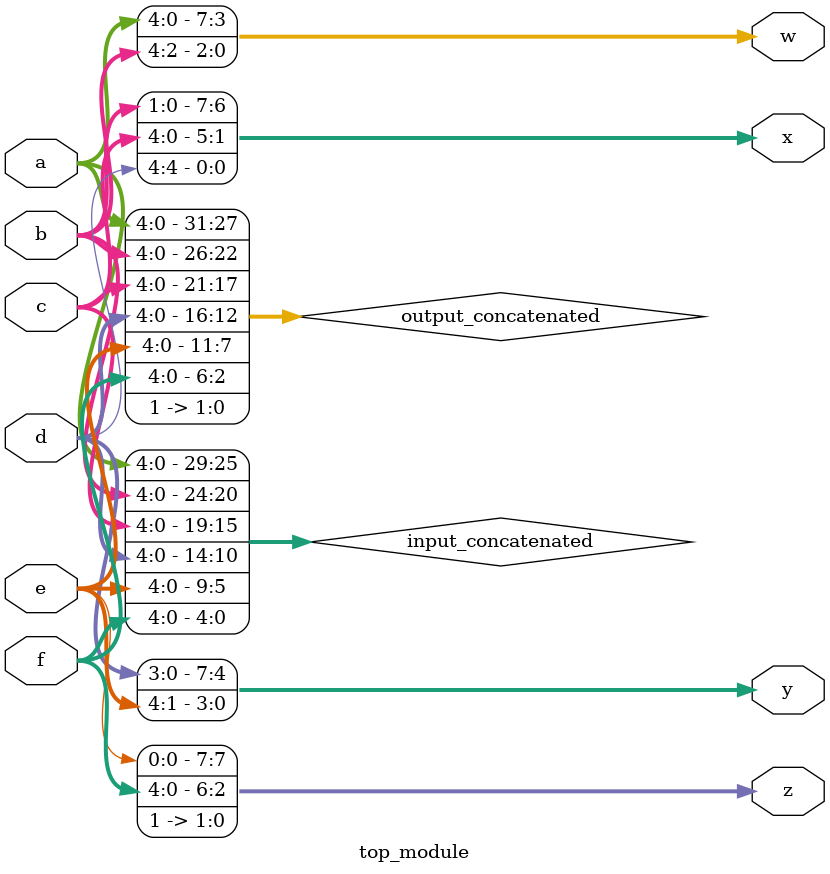
<source format=sv>
module top_module (
	input [4:0] a,
	input [4:0] b,
	input [4:0] c,
	input [4:0] d,
	input [4:0] e,
	input [4:0] f,
	output [7:0] w,
	output [7:0] x,
	output [7:0] y,
	output [7:0] z
);
	// Concatenate the input vectors
	wire [29:0] input_concatenated;
	assign input_concatenated = {a, b, c, d, e, f};
	
	// Add two 1 bits
	wire [31:0] output_concatenated;
	assign output_concatenated = {input_concatenated, 2'b11};
	
	// Split the output into separate vectors
	assign {w, x, y, z} = output_concatenated;
endmodule

</source>
